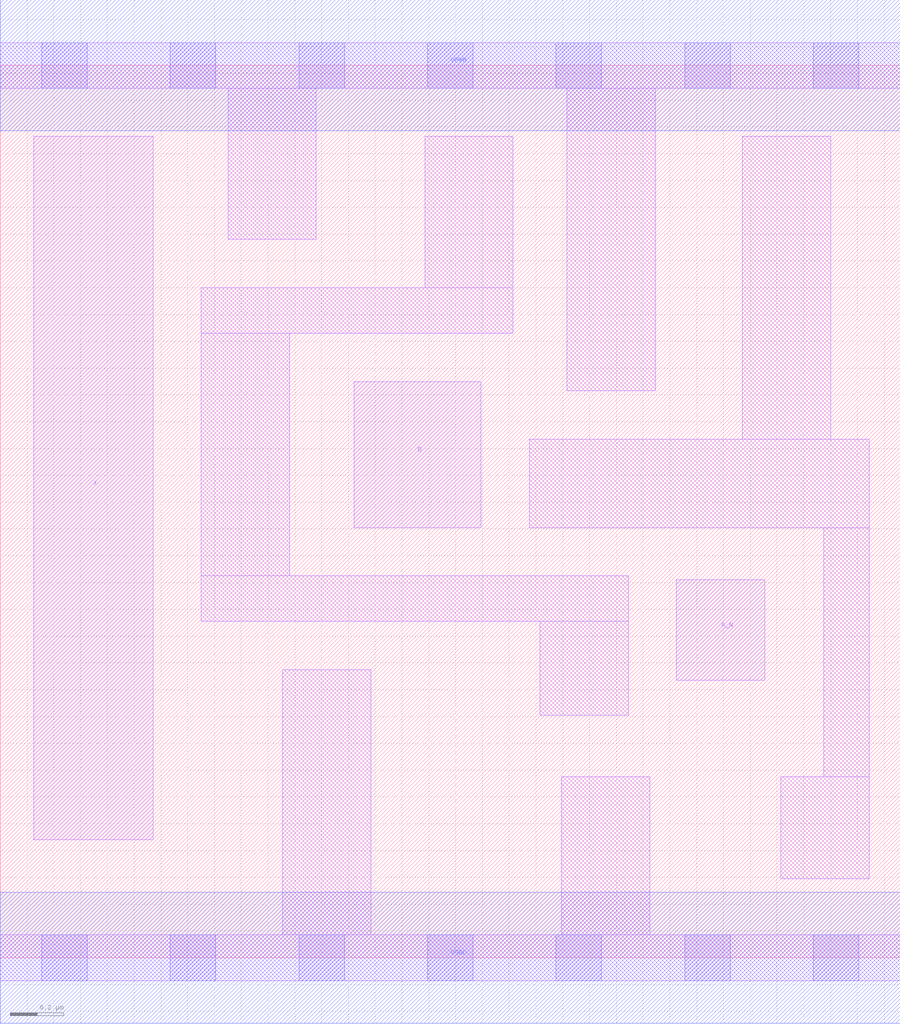
<source format=lef>
# Copyright 2020 The SkyWater PDK Authors
#
# Licensed under the Apache License, Version 2.0 (the "License");
# you may not use this file except in compliance with the License.
# You may obtain a copy of the License at
#
#     https://www.apache.org/licenses/LICENSE-2.0
#
# Unless required by applicable law or agreed to in writing, software
# distributed under the License is distributed on an "AS IS" BASIS,
# WITHOUT WARRANTIES OR CONDITIONS OF ANY KIND, either express or implied.
# See the License for the specific language governing permissions and
# limitations under the License.
#
# SPDX-License-Identifier: Apache-2.0

VERSION 5.7 ;
  NAMESCASESENSITIVE ON ;
  NOWIREEXTENSIONATPIN ON ;
  DIVIDERCHAR "/" ;
  BUSBITCHARS "[]" ;
UNITS
  DATABASE MICRONS 200 ;
END UNITS
MACRO sky130_fd_sc_lp__and2b_lp
  CLASS CORE ;
  SOURCE USER ;
  FOREIGN sky130_fd_sc_lp__and2b_lp ;
  ORIGIN  0.000000  0.000000 ;
  SIZE  3.360000 BY  3.330000 ;
  SYMMETRY X Y R90 ;
  SITE unit ;
  PIN A_N
    ANTENNAGATEAREA  0.376000 ;
    DIRECTION INPUT ;
    USE SIGNAL ;
    PORT
      LAYER li1 ;
        RECT 2.525000 1.035000 2.855000 1.410000 ;
    END
  END A_N
  PIN B
    ANTENNAGATEAREA  0.313000 ;
    DIRECTION INPUT ;
    USE SIGNAL ;
    PORT
      LAYER li1 ;
        RECT 1.320000 1.605000 1.795000 2.150000 ;
    END
  END B
  PIN X
    ANTENNADIFFAREA  0.404700 ;
    DIRECTION OUTPUT ;
    USE SIGNAL ;
    PORT
      LAYER li1 ;
        RECT 0.125000 0.440000 0.570000 3.065000 ;
    END
  END X
  PIN VGND
    DIRECTION INOUT ;
    USE GROUND ;
    PORT
      LAYER met1 ;
        RECT 0.000000 -0.245000 3.360000 0.245000 ;
    END
  END VGND
  PIN VPWR
    DIRECTION INOUT ;
    USE POWER ;
    PORT
      LAYER met1 ;
        RECT 0.000000 3.085000 3.360000 3.575000 ;
    END
  END VPWR
  OBS
    LAYER li1 ;
      RECT 0.000000 -0.085000 3.360000 0.085000 ;
      RECT 0.000000  3.245000 3.360000 3.415000 ;
      RECT 0.750000  1.255000 2.345000 1.425000 ;
      RECT 0.750000  1.425000 1.080000 2.330000 ;
      RECT 0.750000  2.330000 1.915000 2.500000 ;
      RECT 0.850000  2.680000 1.180000 3.245000 ;
      RECT 1.055000  0.085000 1.385000 1.075000 ;
      RECT 1.585000  2.500000 1.915000 3.065000 ;
      RECT 1.975000  1.605000 3.245000 1.935000 ;
      RECT 2.015000  0.905000 2.345000 1.255000 ;
      RECT 2.095000  0.085000 2.425000 0.675000 ;
      RECT 2.115000  2.115000 2.445000 3.245000 ;
      RECT 2.770000  1.935000 3.100000 3.065000 ;
      RECT 2.915000  0.295000 3.245000 0.675000 ;
      RECT 3.075000  0.675000 3.245000 1.605000 ;
    LAYER mcon ;
      RECT 0.155000 -0.085000 0.325000 0.085000 ;
      RECT 0.155000  3.245000 0.325000 3.415000 ;
      RECT 0.635000 -0.085000 0.805000 0.085000 ;
      RECT 0.635000  3.245000 0.805000 3.415000 ;
      RECT 1.115000 -0.085000 1.285000 0.085000 ;
      RECT 1.115000  3.245000 1.285000 3.415000 ;
      RECT 1.595000 -0.085000 1.765000 0.085000 ;
      RECT 1.595000  3.245000 1.765000 3.415000 ;
      RECT 2.075000 -0.085000 2.245000 0.085000 ;
      RECT 2.075000  3.245000 2.245000 3.415000 ;
      RECT 2.555000 -0.085000 2.725000 0.085000 ;
      RECT 2.555000  3.245000 2.725000 3.415000 ;
      RECT 3.035000 -0.085000 3.205000 0.085000 ;
      RECT 3.035000  3.245000 3.205000 3.415000 ;
  END
END sky130_fd_sc_lp__and2b_lp
END LIBRARY

</source>
